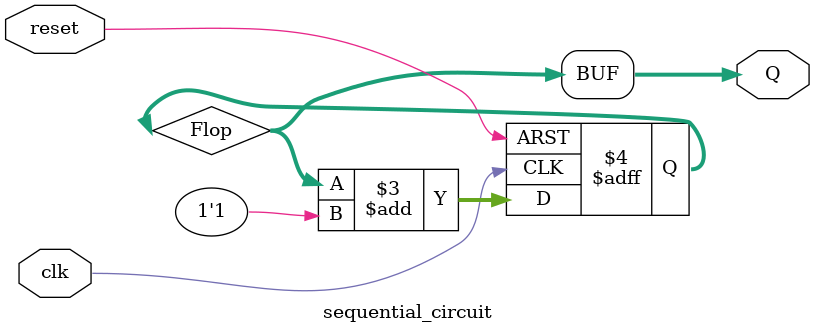
<source format=v>
module sequential_circuit (Q, clk, reset);
  input clk, reset;
  output [1:0] Q;

  // Register for binary counter
  reg [1:0] Flop;

  // Binary counter logic
  always @(posedge clk or posedge reset)
  begin
    if (reset == 1'b1)
      Flop <= 2'b00;
    else
      Flop <= Flop + 1'b1;
  end

  // Output assignment
  assign Q = Flop;

endmodule


</source>
